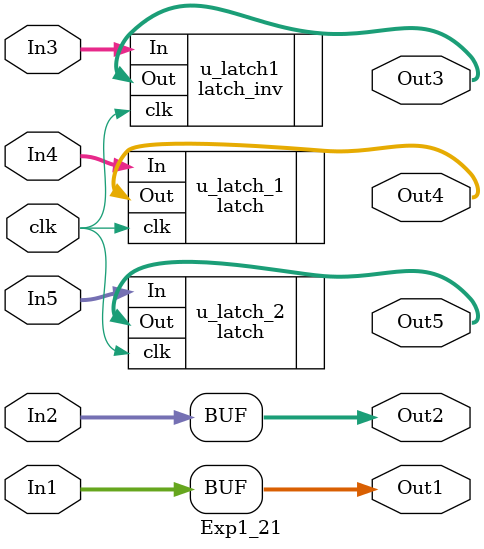
<source format=v>



`timescale 1 ns / 1 ns

module Exp1_21
          (clk,
           In1,
           In2,
           In3,
           In4,
           In5,
           Out1,
           Out2,
           Out3,
           Out4,
           Out5);


  input   clk;
  input   [31:0] In1;  // uint32
  input   [31:0] In2;  // uint32
  input   [31:0] In3;  // uint32
  input   [31:0] In4;  // uint32
  input   [31:0] In5;  // uint32
  output  [31:0] Out1;  // uint32
  output  [31:0] Out2;  // uint32
  output  [31:0] Out3;  // uint32
  output  [31:0] Out4;  // uint32
  output  [31:0] Out5;  // uint32


  reg [31:0] Delay9_out1;  // uint32
  reg [31:0] Delay8_out1;  // uint32
  reg [31:0] Delay1_out1;  // uint32


  assign Out1 = In1;

  assign Out2 = In2;

 latch_inv u_latch1 (.clk(clk),.In(In3),.Out(Out3));

 latch u_latch_1(.clk(clk),.In(In4),.Out(Out4));
 latch u_latch_2(.clk(clk),.In(In5),.Out(Out5));



endmodule  // Exp1_21


</source>
